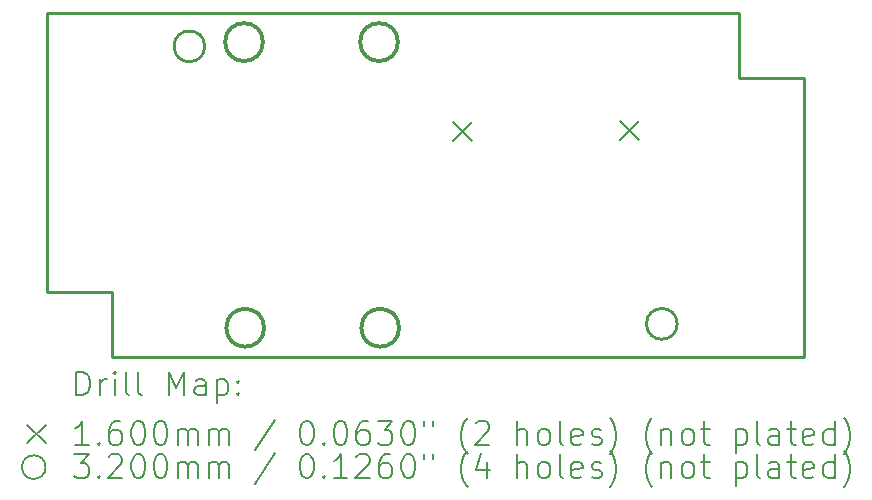
<source format=gbr>
%TF.GenerationSoftware,KiCad,Pcbnew,7.99.0-1900-g89780d353a*%
%TF.CreationDate,2023-07-18T18:24:52+03:00*%
%TF.ProjectId,RP2040_minimal,52503230-3430-45f6-9d69-6e696d616c2e,REV1*%
%TF.SameCoordinates,Original*%
%TF.FileFunction,Drillmap*%
%TF.FilePolarity,Positive*%
%FSLAX45Y45*%
G04 Gerber Fmt 4.5, Leading zero omitted, Abs format (unit mm)*
G04 Created by KiCad (PCBNEW 7.99.0-1900-g89780d353a) date 2023-07-18 18:24:52*
%MOMM*%
%LPD*%
G01*
G04 APERTURE LIST*
%ADD10C,0.250000*%
%ADD11C,0.200000*%
%ADD12C,0.160000*%
%ADD13C,0.320000*%
G04 APERTURE END LIST*
D10*
X12759600Y-6799200D02*
X12759600Y-7349200D01*
X18619600Y-4989200D02*
X18619600Y-7349200D01*
X12209600Y-6799200D02*
X12759600Y-6799200D01*
X12209600Y-4439200D02*
X18069600Y-4439200D01*
X12209600Y-6799200D02*
X12209600Y-4439200D01*
X18619600Y-4989200D02*
X18069600Y-4989200D01*
X18619600Y-7349200D02*
X12759600Y-7349200D01*
X18069600Y-4989200D02*
X18069600Y-4439200D01*
X17544600Y-7069200D02*
G75*
G03*
X17544600Y-7069200I-130000J0D01*
G01*
X13544600Y-4719200D02*
G75*
G03*
X13544600Y-4719200I-130000J0D01*
G01*
D11*
D12*
X15645140Y-5356540D02*
X15805140Y-5516540D01*
X15805140Y-5356540D02*
X15645140Y-5516540D01*
X17059800Y-5354000D02*
X17219800Y-5514000D01*
X17219800Y-5354000D02*
X17059800Y-5514000D01*
D13*
X14037570Y-4682930D02*
G75*
G03*
X14037570Y-4682930I-160000J0D01*
G01*
X14047210Y-7101690D02*
G75*
G03*
X14047210Y-7101690I-160000J0D01*
G01*
X15180570Y-4682930D02*
G75*
G03*
X15180570Y-4682930I-160000J0D01*
G01*
X15190210Y-7101690D02*
G75*
G03*
X15190210Y-7101690I-160000J0D01*
G01*
D11*
X12457877Y-7673184D02*
X12457877Y-7473184D01*
X12457877Y-7473184D02*
X12505496Y-7473184D01*
X12505496Y-7473184D02*
X12534067Y-7482708D01*
X12534067Y-7482708D02*
X12553115Y-7501755D01*
X12553115Y-7501755D02*
X12562639Y-7520803D01*
X12562639Y-7520803D02*
X12572162Y-7558898D01*
X12572162Y-7558898D02*
X12572162Y-7587469D01*
X12572162Y-7587469D02*
X12562639Y-7625565D01*
X12562639Y-7625565D02*
X12553115Y-7644612D01*
X12553115Y-7644612D02*
X12534067Y-7663660D01*
X12534067Y-7663660D02*
X12505496Y-7673184D01*
X12505496Y-7673184D02*
X12457877Y-7673184D01*
X12657877Y-7673184D02*
X12657877Y-7539850D01*
X12657877Y-7577946D02*
X12667401Y-7558898D01*
X12667401Y-7558898D02*
X12676924Y-7549374D01*
X12676924Y-7549374D02*
X12695972Y-7539850D01*
X12695972Y-7539850D02*
X12715020Y-7539850D01*
X12781686Y-7673184D02*
X12781686Y-7539850D01*
X12781686Y-7473184D02*
X12772162Y-7482708D01*
X12772162Y-7482708D02*
X12781686Y-7492231D01*
X12781686Y-7492231D02*
X12791210Y-7482708D01*
X12791210Y-7482708D02*
X12781686Y-7473184D01*
X12781686Y-7473184D02*
X12781686Y-7492231D01*
X12905496Y-7673184D02*
X12886448Y-7663660D01*
X12886448Y-7663660D02*
X12876924Y-7644612D01*
X12876924Y-7644612D02*
X12876924Y-7473184D01*
X13010258Y-7673184D02*
X12991210Y-7663660D01*
X12991210Y-7663660D02*
X12981686Y-7644612D01*
X12981686Y-7644612D02*
X12981686Y-7473184D01*
X13238829Y-7673184D02*
X13238829Y-7473184D01*
X13238829Y-7473184D02*
X13305496Y-7616041D01*
X13305496Y-7616041D02*
X13372162Y-7473184D01*
X13372162Y-7473184D02*
X13372162Y-7673184D01*
X13553115Y-7673184D02*
X13553115Y-7568422D01*
X13553115Y-7568422D02*
X13543591Y-7549374D01*
X13543591Y-7549374D02*
X13524543Y-7539850D01*
X13524543Y-7539850D02*
X13486448Y-7539850D01*
X13486448Y-7539850D02*
X13467401Y-7549374D01*
X13553115Y-7663660D02*
X13534067Y-7673184D01*
X13534067Y-7673184D02*
X13486448Y-7673184D01*
X13486448Y-7673184D02*
X13467401Y-7663660D01*
X13467401Y-7663660D02*
X13457877Y-7644612D01*
X13457877Y-7644612D02*
X13457877Y-7625565D01*
X13457877Y-7625565D02*
X13467401Y-7606517D01*
X13467401Y-7606517D02*
X13486448Y-7596993D01*
X13486448Y-7596993D02*
X13534067Y-7596993D01*
X13534067Y-7596993D02*
X13553115Y-7587469D01*
X13648353Y-7539850D02*
X13648353Y-7739850D01*
X13648353Y-7549374D02*
X13667401Y-7539850D01*
X13667401Y-7539850D02*
X13705496Y-7539850D01*
X13705496Y-7539850D02*
X13724543Y-7549374D01*
X13724543Y-7549374D02*
X13734067Y-7558898D01*
X13734067Y-7558898D02*
X13743591Y-7577946D01*
X13743591Y-7577946D02*
X13743591Y-7635088D01*
X13743591Y-7635088D02*
X13734067Y-7654136D01*
X13734067Y-7654136D02*
X13724543Y-7663660D01*
X13724543Y-7663660D02*
X13705496Y-7673184D01*
X13705496Y-7673184D02*
X13667401Y-7673184D01*
X13667401Y-7673184D02*
X13648353Y-7663660D01*
X13829305Y-7654136D02*
X13838829Y-7663660D01*
X13838829Y-7663660D02*
X13829305Y-7673184D01*
X13829305Y-7673184D02*
X13819782Y-7663660D01*
X13819782Y-7663660D02*
X13829305Y-7654136D01*
X13829305Y-7654136D02*
X13829305Y-7673184D01*
X13829305Y-7549374D02*
X13838829Y-7558898D01*
X13838829Y-7558898D02*
X13829305Y-7568422D01*
X13829305Y-7568422D02*
X13819782Y-7558898D01*
X13819782Y-7558898D02*
X13829305Y-7549374D01*
X13829305Y-7549374D02*
X13829305Y-7568422D01*
D12*
X12037100Y-7921700D02*
X12197100Y-8081700D01*
X12197100Y-7921700D02*
X12037100Y-8081700D01*
D11*
X12562639Y-8093184D02*
X12448353Y-8093184D01*
X12505496Y-8093184D02*
X12505496Y-7893184D01*
X12505496Y-7893184D02*
X12486448Y-7921755D01*
X12486448Y-7921755D02*
X12467401Y-7940803D01*
X12467401Y-7940803D02*
X12448353Y-7950327D01*
X12648353Y-8074136D02*
X12657877Y-8083660D01*
X12657877Y-8083660D02*
X12648353Y-8093184D01*
X12648353Y-8093184D02*
X12638829Y-8083660D01*
X12638829Y-8083660D02*
X12648353Y-8074136D01*
X12648353Y-8074136D02*
X12648353Y-8093184D01*
X12829305Y-7893184D02*
X12791210Y-7893184D01*
X12791210Y-7893184D02*
X12772162Y-7902708D01*
X12772162Y-7902708D02*
X12762639Y-7912231D01*
X12762639Y-7912231D02*
X12743591Y-7940803D01*
X12743591Y-7940803D02*
X12734067Y-7978898D01*
X12734067Y-7978898D02*
X12734067Y-8055088D01*
X12734067Y-8055088D02*
X12743591Y-8074136D01*
X12743591Y-8074136D02*
X12753115Y-8083660D01*
X12753115Y-8083660D02*
X12772162Y-8093184D01*
X12772162Y-8093184D02*
X12810258Y-8093184D01*
X12810258Y-8093184D02*
X12829305Y-8083660D01*
X12829305Y-8083660D02*
X12838829Y-8074136D01*
X12838829Y-8074136D02*
X12848353Y-8055088D01*
X12848353Y-8055088D02*
X12848353Y-8007469D01*
X12848353Y-8007469D02*
X12838829Y-7988422D01*
X12838829Y-7988422D02*
X12829305Y-7978898D01*
X12829305Y-7978898D02*
X12810258Y-7969374D01*
X12810258Y-7969374D02*
X12772162Y-7969374D01*
X12772162Y-7969374D02*
X12753115Y-7978898D01*
X12753115Y-7978898D02*
X12743591Y-7988422D01*
X12743591Y-7988422D02*
X12734067Y-8007469D01*
X12972162Y-7893184D02*
X12991210Y-7893184D01*
X12991210Y-7893184D02*
X13010258Y-7902708D01*
X13010258Y-7902708D02*
X13019782Y-7912231D01*
X13019782Y-7912231D02*
X13029305Y-7931279D01*
X13029305Y-7931279D02*
X13038829Y-7969374D01*
X13038829Y-7969374D02*
X13038829Y-8016993D01*
X13038829Y-8016993D02*
X13029305Y-8055088D01*
X13029305Y-8055088D02*
X13019782Y-8074136D01*
X13019782Y-8074136D02*
X13010258Y-8083660D01*
X13010258Y-8083660D02*
X12991210Y-8093184D01*
X12991210Y-8093184D02*
X12972162Y-8093184D01*
X12972162Y-8093184D02*
X12953115Y-8083660D01*
X12953115Y-8083660D02*
X12943591Y-8074136D01*
X12943591Y-8074136D02*
X12934067Y-8055088D01*
X12934067Y-8055088D02*
X12924543Y-8016993D01*
X12924543Y-8016993D02*
X12924543Y-7969374D01*
X12924543Y-7969374D02*
X12934067Y-7931279D01*
X12934067Y-7931279D02*
X12943591Y-7912231D01*
X12943591Y-7912231D02*
X12953115Y-7902708D01*
X12953115Y-7902708D02*
X12972162Y-7893184D01*
X13162639Y-7893184D02*
X13181686Y-7893184D01*
X13181686Y-7893184D02*
X13200734Y-7902708D01*
X13200734Y-7902708D02*
X13210258Y-7912231D01*
X13210258Y-7912231D02*
X13219782Y-7931279D01*
X13219782Y-7931279D02*
X13229305Y-7969374D01*
X13229305Y-7969374D02*
X13229305Y-8016993D01*
X13229305Y-8016993D02*
X13219782Y-8055088D01*
X13219782Y-8055088D02*
X13210258Y-8074136D01*
X13210258Y-8074136D02*
X13200734Y-8083660D01*
X13200734Y-8083660D02*
X13181686Y-8093184D01*
X13181686Y-8093184D02*
X13162639Y-8093184D01*
X13162639Y-8093184D02*
X13143591Y-8083660D01*
X13143591Y-8083660D02*
X13134067Y-8074136D01*
X13134067Y-8074136D02*
X13124543Y-8055088D01*
X13124543Y-8055088D02*
X13115020Y-8016993D01*
X13115020Y-8016993D02*
X13115020Y-7969374D01*
X13115020Y-7969374D02*
X13124543Y-7931279D01*
X13124543Y-7931279D02*
X13134067Y-7912231D01*
X13134067Y-7912231D02*
X13143591Y-7902708D01*
X13143591Y-7902708D02*
X13162639Y-7893184D01*
X13315020Y-8093184D02*
X13315020Y-7959850D01*
X13315020Y-7978898D02*
X13324543Y-7969374D01*
X13324543Y-7969374D02*
X13343591Y-7959850D01*
X13343591Y-7959850D02*
X13372163Y-7959850D01*
X13372163Y-7959850D02*
X13391210Y-7969374D01*
X13391210Y-7969374D02*
X13400734Y-7988422D01*
X13400734Y-7988422D02*
X13400734Y-8093184D01*
X13400734Y-7988422D02*
X13410258Y-7969374D01*
X13410258Y-7969374D02*
X13429305Y-7959850D01*
X13429305Y-7959850D02*
X13457877Y-7959850D01*
X13457877Y-7959850D02*
X13476924Y-7969374D01*
X13476924Y-7969374D02*
X13486448Y-7988422D01*
X13486448Y-7988422D02*
X13486448Y-8093184D01*
X13581686Y-8093184D02*
X13581686Y-7959850D01*
X13581686Y-7978898D02*
X13591210Y-7969374D01*
X13591210Y-7969374D02*
X13610258Y-7959850D01*
X13610258Y-7959850D02*
X13638829Y-7959850D01*
X13638829Y-7959850D02*
X13657877Y-7969374D01*
X13657877Y-7969374D02*
X13667401Y-7988422D01*
X13667401Y-7988422D02*
X13667401Y-8093184D01*
X13667401Y-7988422D02*
X13676924Y-7969374D01*
X13676924Y-7969374D02*
X13695972Y-7959850D01*
X13695972Y-7959850D02*
X13724543Y-7959850D01*
X13724543Y-7959850D02*
X13743591Y-7969374D01*
X13743591Y-7969374D02*
X13753115Y-7988422D01*
X13753115Y-7988422D02*
X13753115Y-8093184D01*
X14143591Y-7883660D02*
X13972163Y-8140803D01*
X14400734Y-7893184D02*
X14419782Y-7893184D01*
X14419782Y-7893184D02*
X14438829Y-7902708D01*
X14438829Y-7902708D02*
X14448353Y-7912231D01*
X14448353Y-7912231D02*
X14457877Y-7931279D01*
X14457877Y-7931279D02*
X14467401Y-7969374D01*
X14467401Y-7969374D02*
X14467401Y-8016993D01*
X14467401Y-8016993D02*
X14457877Y-8055088D01*
X14457877Y-8055088D02*
X14448353Y-8074136D01*
X14448353Y-8074136D02*
X14438829Y-8083660D01*
X14438829Y-8083660D02*
X14419782Y-8093184D01*
X14419782Y-8093184D02*
X14400734Y-8093184D01*
X14400734Y-8093184D02*
X14381686Y-8083660D01*
X14381686Y-8083660D02*
X14372163Y-8074136D01*
X14372163Y-8074136D02*
X14362639Y-8055088D01*
X14362639Y-8055088D02*
X14353115Y-8016993D01*
X14353115Y-8016993D02*
X14353115Y-7969374D01*
X14353115Y-7969374D02*
X14362639Y-7931279D01*
X14362639Y-7931279D02*
X14372163Y-7912231D01*
X14372163Y-7912231D02*
X14381686Y-7902708D01*
X14381686Y-7902708D02*
X14400734Y-7893184D01*
X14553115Y-8074136D02*
X14562639Y-8083660D01*
X14562639Y-8083660D02*
X14553115Y-8093184D01*
X14553115Y-8093184D02*
X14543591Y-8083660D01*
X14543591Y-8083660D02*
X14553115Y-8074136D01*
X14553115Y-8074136D02*
X14553115Y-8093184D01*
X14686448Y-7893184D02*
X14705496Y-7893184D01*
X14705496Y-7893184D02*
X14724544Y-7902708D01*
X14724544Y-7902708D02*
X14734067Y-7912231D01*
X14734067Y-7912231D02*
X14743591Y-7931279D01*
X14743591Y-7931279D02*
X14753115Y-7969374D01*
X14753115Y-7969374D02*
X14753115Y-8016993D01*
X14753115Y-8016993D02*
X14743591Y-8055088D01*
X14743591Y-8055088D02*
X14734067Y-8074136D01*
X14734067Y-8074136D02*
X14724544Y-8083660D01*
X14724544Y-8083660D02*
X14705496Y-8093184D01*
X14705496Y-8093184D02*
X14686448Y-8093184D01*
X14686448Y-8093184D02*
X14667401Y-8083660D01*
X14667401Y-8083660D02*
X14657877Y-8074136D01*
X14657877Y-8074136D02*
X14648353Y-8055088D01*
X14648353Y-8055088D02*
X14638829Y-8016993D01*
X14638829Y-8016993D02*
X14638829Y-7969374D01*
X14638829Y-7969374D02*
X14648353Y-7931279D01*
X14648353Y-7931279D02*
X14657877Y-7912231D01*
X14657877Y-7912231D02*
X14667401Y-7902708D01*
X14667401Y-7902708D02*
X14686448Y-7893184D01*
X14924544Y-7893184D02*
X14886448Y-7893184D01*
X14886448Y-7893184D02*
X14867401Y-7902708D01*
X14867401Y-7902708D02*
X14857877Y-7912231D01*
X14857877Y-7912231D02*
X14838829Y-7940803D01*
X14838829Y-7940803D02*
X14829306Y-7978898D01*
X14829306Y-7978898D02*
X14829306Y-8055088D01*
X14829306Y-8055088D02*
X14838829Y-8074136D01*
X14838829Y-8074136D02*
X14848353Y-8083660D01*
X14848353Y-8083660D02*
X14867401Y-8093184D01*
X14867401Y-8093184D02*
X14905496Y-8093184D01*
X14905496Y-8093184D02*
X14924544Y-8083660D01*
X14924544Y-8083660D02*
X14934067Y-8074136D01*
X14934067Y-8074136D02*
X14943591Y-8055088D01*
X14943591Y-8055088D02*
X14943591Y-8007469D01*
X14943591Y-8007469D02*
X14934067Y-7988422D01*
X14934067Y-7988422D02*
X14924544Y-7978898D01*
X14924544Y-7978898D02*
X14905496Y-7969374D01*
X14905496Y-7969374D02*
X14867401Y-7969374D01*
X14867401Y-7969374D02*
X14848353Y-7978898D01*
X14848353Y-7978898D02*
X14838829Y-7988422D01*
X14838829Y-7988422D02*
X14829306Y-8007469D01*
X15010258Y-7893184D02*
X15134067Y-7893184D01*
X15134067Y-7893184D02*
X15067401Y-7969374D01*
X15067401Y-7969374D02*
X15095972Y-7969374D01*
X15095972Y-7969374D02*
X15115020Y-7978898D01*
X15115020Y-7978898D02*
X15124544Y-7988422D01*
X15124544Y-7988422D02*
X15134067Y-8007469D01*
X15134067Y-8007469D02*
X15134067Y-8055088D01*
X15134067Y-8055088D02*
X15124544Y-8074136D01*
X15124544Y-8074136D02*
X15115020Y-8083660D01*
X15115020Y-8083660D02*
X15095972Y-8093184D01*
X15095972Y-8093184D02*
X15038829Y-8093184D01*
X15038829Y-8093184D02*
X15019782Y-8083660D01*
X15019782Y-8083660D02*
X15010258Y-8074136D01*
X15257877Y-7893184D02*
X15276925Y-7893184D01*
X15276925Y-7893184D02*
X15295972Y-7902708D01*
X15295972Y-7902708D02*
X15305496Y-7912231D01*
X15305496Y-7912231D02*
X15315020Y-7931279D01*
X15315020Y-7931279D02*
X15324544Y-7969374D01*
X15324544Y-7969374D02*
X15324544Y-8016993D01*
X15324544Y-8016993D02*
X15315020Y-8055088D01*
X15315020Y-8055088D02*
X15305496Y-8074136D01*
X15305496Y-8074136D02*
X15295972Y-8083660D01*
X15295972Y-8083660D02*
X15276925Y-8093184D01*
X15276925Y-8093184D02*
X15257877Y-8093184D01*
X15257877Y-8093184D02*
X15238829Y-8083660D01*
X15238829Y-8083660D02*
X15229306Y-8074136D01*
X15229306Y-8074136D02*
X15219782Y-8055088D01*
X15219782Y-8055088D02*
X15210258Y-8016993D01*
X15210258Y-8016993D02*
X15210258Y-7969374D01*
X15210258Y-7969374D02*
X15219782Y-7931279D01*
X15219782Y-7931279D02*
X15229306Y-7912231D01*
X15229306Y-7912231D02*
X15238829Y-7902708D01*
X15238829Y-7902708D02*
X15257877Y-7893184D01*
X15400734Y-7893184D02*
X15400734Y-7931279D01*
X15476925Y-7893184D02*
X15476925Y-7931279D01*
X15772163Y-8169374D02*
X15762639Y-8159850D01*
X15762639Y-8159850D02*
X15743591Y-8131279D01*
X15743591Y-8131279D02*
X15734068Y-8112231D01*
X15734068Y-8112231D02*
X15724544Y-8083660D01*
X15724544Y-8083660D02*
X15715020Y-8036041D01*
X15715020Y-8036041D02*
X15715020Y-7997946D01*
X15715020Y-7997946D02*
X15724544Y-7950327D01*
X15724544Y-7950327D02*
X15734068Y-7921755D01*
X15734068Y-7921755D02*
X15743591Y-7902708D01*
X15743591Y-7902708D02*
X15762639Y-7874136D01*
X15762639Y-7874136D02*
X15772163Y-7864612D01*
X15838829Y-7912231D02*
X15848353Y-7902708D01*
X15848353Y-7902708D02*
X15867401Y-7893184D01*
X15867401Y-7893184D02*
X15915020Y-7893184D01*
X15915020Y-7893184D02*
X15934068Y-7902708D01*
X15934068Y-7902708D02*
X15943591Y-7912231D01*
X15943591Y-7912231D02*
X15953115Y-7931279D01*
X15953115Y-7931279D02*
X15953115Y-7950327D01*
X15953115Y-7950327D02*
X15943591Y-7978898D01*
X15943591Y-7978898D02*
X15829306Y-8093184D01*
X15829306Y-8093184D02*
X15953115Y-8093184D01*
X16191210Y-8093184D02*
X16191210Y-7893184D01*
X16276925Y-8093184D02*
X16276925Y-7988422D01*
X16276925Y-7988422D02*
X16267401Y-7969374D01*
X16267401Y-7969374D02*
X16248353Y-7959850D01*
X16248353Y-7959850D02*
X16219782Y-7959850D01*
X16219782Y-7959850D02*
X16200734Y-7969374D01*
X16200734Y-7969374D02*
X16191210Y-7978898D01*
X16400734Y-8093184D02*
X16381687Y-8083660D01*
X16381687Y-8083660D02*
X16372163Y-8074136D01*
X16372163Y-8074136D02*
X16362639Y-8055088D01*
X16362639Y-8055088D02*
X16362639Y-7997946D01*
X16362639Y-7997946D02*
X16372163Y-7978898D01*
X16372163Y-7978898D02*
X16381687Y-7969374D01*
X16381687Y-7969374D02*
X16400734Y-7959850D01*
X16400734Y-7959850D02*
X16429306Y-7959850D01*
X16429306Y-7959850D02*
X16448353Y-7969374D01*
X16448353Y-7969374D02*
X16457877Y-7978898D01*
X16457877Y-7978898D02*
X16467401Y-7997946D01*
X16467401Y-7997946D02*
X16467401Y-8055088D01*
X16467401Y-8055088D02*
X16457877Y-8074136D01*
X16457877Y-8074136D02*
X16448353Y-8083660D01*
X16448353Y-8083660D02*
X16429306Y-8093184D01*
X16429306Y-8093184D02*
X16400734Y-8093184D01*
X16581687Y-8093184D02*
X16562639Y-8083660D01*
X16562639Y-8083660D02*
X16553115Y-8064612D01*
X16553115Y-8064612D02*
X16553115Y-7893184D01*
X16734068Y-8083660D02*
X16715020Y-8093184D01*
X16715020Y-8093184D02*
X16676925Y-8093184D01*
X16676925Y-8093184D02*
X16657877Y-8083660D01*
X16657877Y-8083660D02*
X16648353Y-8064612D01*
X16648353Y-8064612D02*
X16648353Y-7988422D01*
X16648353Y-7988422D02*
X16657877Y-7969374D01*
X16657877Y-7969374D02*
X16676925Y-7959850D01*
X16676925Y-7959850D02*
X16715020Y-7959850D01*
X16715020Y-7959850D02*
X16734068Y-7969374D01*
X16734068Y-7969374D02*
X16743591Y-7988422D01*
X16743591Y-7988422D02*
X16743591Y-8007469D01*
X16743591Y-8007469D02*
X16648353Y-8026517D01*
X16819782Y-8083660D02*
X16838830Y-8093184D01*
X16838830Y-8093184D02*
X16876925Y-8093184D01*
X16876925Y-8093184D02*
X16895973Y-8083660D01*
X16895973Y-8083660D02*
X16905496Y-8064612D01*
X16905496Y-8064612D02*
X16905496Y-8055088D01*
X16905496Y-8055088D02*
X16895973Y-8036041D01*
X16895973Y-8036041D02*
X16876925Y-8026517D01*
X16876925Y-8026517D02*
X16848353Y-8026517D01*
X16848353Y-8026517D02*
X16829306Y-8016993D01*
X16829306Y-8016993D02*
X16819782Y-7997946D01*
X16819782Y-7997946D02*
X16819782Y-7988422D01*
X16819782Y-7988422D02*
X16829306Y-7969374D01*
X16829306Y-7969374D02*
X16848353Y-7959850D01*
X16848353Y-7959850D02*
X16876925Y-7959850D01*
X16876925Y-7959850D02*
X16895973Y-7969374D01*
X16972163Y-8169374D02*
X16981687Y-8159850D01*
X16981687Y-8159850D02*
X17000734Y-8131279D01*
X17000734Y-8131279D02*
X17010258Y-8112231D01*
X17010258Y-8112231D02*
X17019782Y-8083660D01*
X17019782Y-8083660D02*
X17029306Y-8036041D01*
X17029306Y-8036041D02*
X17029306Y-7997946D01*
X17029306Y-7997946D02*
X17019782Y-7950327D01*
X17019782Y-7950327D02*
X17010258Y-7921755D01*
X17010258Y-7921755D02*
X17000734Y-7902708D01*
X17000734Y-7902708D02*
X16981687Y-7874136D01*
X16981687Y-7874136D02*
X16972163Y-7864612D01*
X17334068Y-8169374D02*
X17324544Y-8159850D01*
X17324544Y-8159850D02*
X17305496Y-8131279D01*
X17305496Y-8131279D02*
X17295973Y-8112231D01*
X17295973Y-8112231D02*
X17286449Y-8083660D01*
X17286449Y-8083660D02*
X17276925Y-8036041D01*
X17276925Y-8036041D02*
X17276925Y-7997946D01*
X17276925Y-7997946D02*
X17286449Y-7950327D01*
X17286449Y-7950327D02*
X17295973Y-7921755D01*
X17295973Y-7921755D02*
X17305496Y-7902708D01*
X17305496Y-7902708D02*
X17324544Y-7874136D01*
X17324544Y-7874136D02*
X17334068Y-7864612D01*
X17410258Y-7959850D02*
X17410258Y-8093184D01*
X17410258Y-7978898D02*
X17419782Y-7969374D01*
X17419782Y-7969374D02*
X17438830Y-7959850D01*
X17438830Y-7959850D02*
X17467401Y-7959850D01*
X17467401Y-7959850D02*
X17486449Y-7969374D01*
X17486449Y-7969374D02*
X17495973Y-7988422D01*
X17495973Y-7988422D02*
X17495973Y-8093184D01*
X17619782Y-8093184D02*
X17600734Y-8083660D01*
X17600734Y-8083660D02*
X17591211Y-8074136D01*
X17591211Y-8074136D02*
X17581687Y-8055088D01*
X17581687Y-8055088D02*
X17581687Y-7997946D01*
X17581687Y-7997946D02*
X17591211Y-7978898D01*
X17591211Y-7978898D02*
X17600734Y-7969374D01*
X17600734Y-7969374D02*
X17619782Y-7959850D01*
X17619782Y-7959850D02*
X17648354Y-7959850D01*
X17648354Y-7959850D02*
X17667401Y-7969374D01*
X17667401Y-7969374D02*
X17676925Y-7978898D01*
X17676925Y-7978898D02*
X17686449Y-7997946D01*
X17686449Y-7997946D02*
X17686449Y-8055088D01*
X17686449Y-8055088D02*
X17676925Y-8074136D01*
X17676925Y-8074136D02*
X17667401Y-8083660D01*
X17667401Y-8083660D02*
X17648354Y-8093184D01*
X17648354Y-8093184D02*
X17619782Y-8093184D01*
X17743592Y-7959850D02*
X17819782Y-7959850D01*
X17772163Y-7893184D02*
X17772163Y-8064612D01*
X17772163Y-8064612D02*
X17781687Y-8083660D01*
X17781687Y-8083660D02*
X17800734Y-8093184D01*
X17800734Y-8093184D02*
X17819782Y-8093184D01*
X18038830Y-7959850D02*
X18038830Y-8159850D01*
X18038830Y-7969374D02*
X18057877Y-7959850D01*
X18057877Y-7959850D02*
X18095973Y-7959850D01*
X18095973Y-7959850D02*
X18115020Y-7969374D01*
X18115020Y-7969374D02*
X18124544Y-7978898D01*
X18124544Y-7978898D02*
X18134068Y-7997946D01*
X18134068Y-7997946D02*
X18134068Y-8055088D01*
X18134068Y-8055088D02*
X18124544Y-8074136D01*
X18124544Y-8074136D02*
X18115020Y-8083660D01*
X18115020Y-8083660D02*
X18095973Y-8093184D01*
X18095973Y-8093184D02*
X18057877Y-8093184D01*
X18057877Y-8093184D02*
X18038830Y-8083660D01*
X18248354Y-8093184D02*
X18229306Y-8083660D01*
X18229306Y-8083660D02*
X18219782Y-8064612D01*
X18219782Y-8064612D02*
X18219782Y-7893184D01*
X18410258Y-8093184D02*
X18410258Y-7988422D01*
X18410258Y-7988422D02*
X18400735Y-7969374D01*
X18400735Y-7969374D02*
X18381687Y-7959850D01*
X18381687Y-7959850D02*
X18343592Y-7959850D01*
X18343592Y-7959850D02*
X18324544Y-7969374D01*
X18410258Y-8083660D02*
X18391211Y-8093184D01*
X18391211Y-8093184D02*
X18343592Y-8093184D01*
X18343592Y-8093184D02*
X18324544Y-8083660D01*
X18324544Y-8083660D02*
X18315020Y-8064612D01*
X18315020Y-8064612D02*
X18315020Y-8045565D01*
X18315020Y-8045565D02*
X18324544Y-8026517D01*
X18324544Y-8026517D02*
X18343592Y-8016993D01*
X18343592Y-8016993D02*
X18391211Y-8016993D01*
X18391211Y-8016993D02*
X18410258Y-8007469D01*
X18476925Y-7959850D02*
X18553115Y-7959850D01*
X18505496Y-7893184D02*
X18505496Y-8064612D01*
X18505496Y-8064612D02*
X18515020Y-8083660D01*
X18515020Y-8083660D02*
X18534068Y-8093184D01*
X18534068Y-8093184D02*
X18553115Y-8093184D01*
X18695973Y-8083660D02*
X18676925Y-8093184D01*
X18676925Y-8093184D02*
X18638830Y-8093184D01*
X18638830Y-8093184D02*
X18619782Y-8083660D01*
X18619782Y-8083660D02*
X18610258Y-8064612D01*
X18610258Y-8064612D02*
X18610258Y-7988422D01*
X18610258Y-7988422D02*
X18619782Y-7969374D01*
X18619782Y-7969374D02*
X18638830Y-7959850D01*
X18638830Y-7959850D02*
X18676925Y-7959850D01*
X18676925Y-7959850D02*
X18695973Y-7969374D01*
X18695973Y-7969374D02*
X18705496Y-7988422D01*
X18705496Y-7988422D02*
X18705496Y-8007469D01*
X18705496Y-8007469D02*
X18610258Y-8026517D01*
X18876925Y-8093184D02*
X18876925Y-7893184D01*
X18876925Y-8083660D02*
X18857877Y-8093184D01*
X18857877Y-8093184D02*
X18819782Y-8093184D01*
X18819782Y-8093184D02*
X18800735Y-8083660D01*
X18800735Y-8083660D02*
X18791211Y-8074136D01*
X18791211Y-8074136D02*
X18781687Y-8055088D01*
X18781687Y-8055088D02*
X18781687Y-7997946D01*
X18781687Y-7997946D02*
X18791211Y-7978898D01*
X18791211Y-7978898D02*
X18800735Y-7969374D01*
X18800735Y-7969374D02*
X18819782Y-7959850D01*
X18819782Y-7959850D02*
X18857877Y-7959850D01*
X18857877Y-7959850D02*
X18876925Y-7969374D01*
X18953116Y-8169374D02*
X18962639Y-8159850D01*
X18962639Y-8159850D02*
X18981687Y-8131279D01*
X18981687Y-8131279D02*
X18991211Y-8112231D01*
X18991211Y-8112231D02*
X19000735Y-8083660D01*
X19000735Y-8083660D02*
X19010258Y-8036041D01*
X19010258Y-8036041D02*
X19010258Y-7997946D01*
X19010258Y-7997946D02*
X19000735Y-7950327D01*
X19000735Y-7950327D02*
X18991211Y-7921755D01*
X18991211Y-7921755D02*
X18981687Y-7902708D01*
X18981687Y-7902708D02*
X18962639Y-7874136D01*
X18962639Y-7874136D02*
X18953116Y-7864612D01*
X12197100Y-8281700D02*
G75*
G03*
X12197100Y-8281700I-100000J0D01*
G01*
X12438829Y-8173184D02*
X12562639Y-8173184D01*
X12562639Y-8173184D02*
X12495972Y-8249374D01*
X12495972Y-8249374D02*
X12524543Y-8249374D01*
X12524543Y-8249374D02*
X12543591Y-8258898D01*
X12543591Y-8258898D02*
X12553115Y-8268422D01*
X12553115Y-8268422D02*
X12562639Y-8287469D01*
X12562639Y-8287469D02*
X12562639Y-8335088D01*
X12562639Y-8335088D02*
X12553115Y-8354136D01*
X12553115Y-8354136D02*
X12543591Y-8363660D01*
X12543591Y-8363660D02*
X12524543Y-8373184D01*
X12524543Y-8373184D02*
X12467401Y-8373184D01*
X12467401Y-8373184D02*
X12448353Y-8363660D01*
X12448353Y-8363660D02*
X12438829Y-8354136D01*
X12648353Y-8354136D02*
X12657877Y-8363660D01*
X12657877Y-8363660D02*
X12648353Y-8373184D01*
X12648353Y-8373184D02*
X12638829Y-8363660D01*
X12638829Y-8363660D02*
X12648353Y-8354136D01*
X12648353Y-8354136D02*
X12648353Y-8373184D01*
X12734067Y-8192231D02*
X12743591Y-8182708D01*
X12743591Y-8182708D02*
X12762639Y-8173184D01*
X12762639Y-8173184D02*
X12810258Y-8173184D01*
X12810258Y-8173184D02*
X12829305Y-8182708D01*
X12829305Y-8182708D02*
X12838829Y-8192231D01*
X12838829Y-8192231D02*
X12848353Y-8211279D01*
X12848353Y-8211279D02*
X12848353Y-8230327D01*
X12848353Y-8230327D02*
X12838829Y-8258898D01*
X12838829Y-8258898D02*
X12724543Y-8373184D01*
X12724543Y-8373184D02*
X12848353Y-8373184D01*
X12972162Y-8173184D02*
X12991210Y-8173184D01*
X12991210Y-8173184D02*
X13010258Y-8182708D01*
X13010258Y-8182708D02*
X13019782Y-8192231D01*
X13019782Y-8192231D02*
X13029305Y-8211279D01*
X13029305Y-8211279D02*
X13038829Y-8249374D01*
X13038829Y-8249374D02*
X13038829Y-8296993D01*
X13038829Y-8296993D02*
X13029305Y-8335088D01*
X13029305Y-8335088D02*
X13019782Y-8354136D01*
X13019782Y-8354136D02*
X13010258Y-8363660D01*
X13010258Y-8363660D02*
X12991210Y-8373184D01*
X12991210Y-8373184D02*
X12972162Y-8373184D01*
X12972162Y-8373184D02*
X12953115Y-8363660D01*
X12953115Y-8363660D02*
X12943591Y-8354136D01*
X12943591Y-8354136D02*
X12934067Y-8335088D01*
X12934067Y-8335088D02*
X12924543Y-8296993D01*
X12924543Y-8296993D02*
X12924543Y-8249374D01*
X12924543Y-8249374D02*
X12934067Y-8211279D01*
X12934067Y-8211279D02*
X12943591Y-8192231D01*
X12943591Y-8192231D02*
X12953115Y-8182708D01*
X12953115Y-8182708D02*
X12972162Y-8173184D01*
X13162639Y-8173184D02*
X13181686Y-8173184D01*
X13181686Y-8173184D02*
X13200734Y-8182708D01*
X13200734Y-8182708D02*
X13210258Y-8192231D01*
X13210258Y-8192231D02*
X13219782Y-8211279D01*
X13219782Y-8211279D02*
X13229305Y-8249374D01*
X13229305Y-8249374D02*
X13229305Y-8296993D01*
X13229305Y-8296993D02*
X13219782Y-8335088D01*
X13219782Y-8335088D02*
X13210258Y-8354136D01*
X13210258Y-8354136D02*
X13200734Y-8363660D01*
X13200734Y-8363660D02*
X13181686Y-8373184D01*
X13181686Y-8373184D02*
X13162639Y-8373184D01*
X13162639Y-8373184D02*
X13143591Y-8363660D01*
X13143591Y-8363660D02*
X13134067Y-8354136D01*
X13134067Y-8354136D02*
X13124543Y-8335088D01*
X13124543Y-8335088D02*
X13115020Y-8296993D01*
X13115020Y-8296993D02*
X13115020Y-8249374D01*
X13115020Y-8249374D02*
X13124543Y-8211279D01*
X13124543Y-8211279D02*
X13134067Y-8192231D01*
X13134067Y-8192231D02*
X13143591Y-8182708D01*
X13143591Y-8182708D02*
X13162639Y-8173184D01*
X13315020Y-8373184D02*
X13315020Y-8239850D01*
X13315020Y-8258898D02*
X13324543Y-8249374D01*
X13324543Y-8249374D02*
X13343591Y-8239850D01*
X13343591Y-8239850D02*
X13372163Y-8239850D01*
X13372163Y-8239850D02*
X13391210Y-8249374D01*
X13391210Y-8249374D02*
X13400734Y-8268422D01*
X13400734Y-8268422D02*
X13400734Y-8373184D01*
X13400734Y-8268422D02*
X13410258Y-8249374D01*
X13410258Y-8249374D02*
X13429305Y-8239850D01*
X13429305Y-8239850D02*
X13457877Y-8239850D01*
X13457877Y-8239850D02*
X13476924Y-8249374D01*
X13476924Y-8249374D02*
X13486448Y-8268422D01*
X13486448Y-8268422D02*
X13486448Y-8373184D01*
X13581686Y-8373184D02*
X13581686Y-8239850D01*
X13581686Y-8258898D02*
X13591210Y-8249374D01*
X13591210Y-8249374D02*
X13610258Y-8239850D01*
X13610258Y-8239850D02*
X13638829Y-8239850D01*
X13638829Y-8239850D02*
X13657877Y-8249374D01*
X13657877Y-8249374D02*
X13667401Y-8268422D01*
X13667401Y-8268422D02*
X13667401Y-8373184D01*
X13667401Y-8268422D02*
X13676924Y-8249374D01*
X13676924Y-8249374D02*
X13695972Y-8239850D01*
X13695972Y-8239850D02*
X13724543Y-8239850D01*
X13724543Y-8239850D02*
X13743591Y-8249374D01*
X13743591Y-8249374D02*
X13753115Y-8268422D01*
X13753115Y-8268422D02*
X13753115Y-8373184D01*
X14143591Y-8163660D02*
X13972163Y-8420803D01*
X14400734Y-8173184D02*
X14419782Y-8173184D01*
X14419782Y-8173184D02*
X14438829Y-8182708D01*
X14438829Y-8182708D02*
X14448353Y-8192231D01*
X14448353Y-8192231D02*
X14457877Y-8211279D01*
X14457877Y-8211279D02*
X14467401Y-8249374D01*
X14467401Y-8249374D02*
X14467401Y-8296993D01*
X14467401Y-8296993D02*
X14457877Y-8335088D01*
X14457877Y-8335088D02*
X14448353Y-8354136D01*
X14448353Y-8354136D02*
X14438829Y-8363660D01*
X14438829Y-8363660D02*
X14419782Y-8373184D01*
X14419782Y-8373184D02*
X14400734Y-8373184D01*
X14400734Y-8373184D02*
X14381686Y-8363660D01*
X14381686Y-8363660D02*
X14372163Y-8354136D01*
X14372163Y-8354136D02*
X14362639Y-8335088D01*
X14362639Y-8335088D02*
X14353115Y-8296993D01*
X14353115Y-8296993D02*
X14353115Y-8249374D01*
X14353115Y-8249374D02*
X14362639Y-8211279D01*
X14362639Y-8211279D02*
X14372163Y-8192231D01*
X14372163Y-8192231D02*
X14381686Y-8182708D01*
X14381686Y-8182708D02*
X14400734Y-8173184D01*
X14553115Y-8354136D02*
X14562639Y-8363660D01*
X14562639Y-8363660D02*
X14553115Y-8373184D01*
X14553115Y-8373184D02*
X14543591Y-8363660D01*
X14543591Y-8363660D02*
X14553115Y-8354136D01*
X14553115Y-8354136D02*
X14553115Y-8373184D01*
X14753115Y-8373184D02*
X14638829Y-8373184D01*
X14695972Y-8373184D02*
X14695972Y-8173184D01*
X14695972Y-8173184D02*
X14676925Y-8201755D01*
X14676925Y-8201755D02*
X14657877Y-8220803D01*
X14657877Y-8220803D02*
X14638829Y-8230327D01*
X14829306Y-8192231D02*
X14838829Y-8182708D01*
X14838829Y-8182708D02*
X14857877Y-8173184D01*
X14857877Y-8173184D02*
X14905496Y-8173184D01*
X14905496Y-8173184D02*
X14924544Y-8182708D01*
X14924544Y-8182708D02*
X14934067Y-8192231D01*
X14934067Y-8192231D02*
X14943591Y-8211279D01*
X14943591Y-8211279D02*
X14943591Y-8230327D01*
X14943591Y-8230327D02*
X14934067Y-8258898D01*
X14934067Y-8258898D02*
X14819782Y-8373184D01*
X14819782Y-8373184D02*
X14943591Y-8373184D01*
X15115020Y-8173184D02*
X15076925Y-8173184D01*
X15076925Y-8173184D02*
X15057877Y-8182708D01*
X15057877Y-8182708D02*
X15048353Y-8192231D01*
X15048353Y-8192231D02*
X15029306Y-8220803D01*
X15029306Y-8220803D02*
X15019782Y-8258898D01*
X15019782Y-8258898D02*
X15019782Y-8335088D01*
X15019782Y-8335088D02*
X15029306Y-8354136D01*
X15029306Y-8354136D02*
X15038829Y-8363660D01*
X15038829Y-8363660D02*
X15057877Y-8373184D01*
X15057877Y-8373184D02*
X15095972Y-8373184D01*
X15095972Y-8373184D02*
X15115020Y-8363660D01*
X15115020Y-8363660D02*
X15124544Y-8354136D01*
X15124544Y-8354136D02*
X15134067Y-8335088D01*
X15134067Y-8335088D02*
X15134067Y-8287469D01*
X15134067Y-8287469D02*
X15124544Y-8268422D01*
X15124544Y-8268422D02*
X15115020Y-8258898D01*
X15115020Y-8258898D02*
X15095972Y-8249374D01*
X15095972Y-8249374D02*
X15057877Y-8249374D01*
X15057877Y-8249374D02*
X15038829Y-8258898D01*
X15038829Y-8258898D02*
X15029306Y-8268422D01*
X15029306Y-8268422D02*
X15019782Y-8287469D01*
X15257877Y-8173184D02*
X15276925Y-8173184D01*
X15276925Y-8173184D02*
X15295972Y-8182708D01*
X15295972Y-8182708D02*
X15305496Y-8192231D01*
X15305496Y-8192231D02*
X15315020Y-8211279D01*
X15315020Y-8211279D02*
X15324544Y-8249374D01*
X15324544Y-8249374D02*
X15324544Y-8296993D01*
X15324544Y-8296993D02*
X15315020Y-8335088D01*
X15315020Y-8335088D02*
X15305496Y-8354136D01*
X15305496Y-8354136D02*
X15295972Y-8363660D01*
X15295972Y-8363660D02*
X15276925Y-8373184D01*
X15276925Y-8373184D02*
X15257877Y-8373184D01*
X15257877Y-8373184D02*
X15238829Y-8363660D01*
X15238829Y-8363660D02*
X15229306Y-8354136D01*
X15229306Y-8354136D02*
X15219782Y-8335088D01*
X15219782Y-8335088D02*
X15210258Y-8296993D01*
X15210258Y-8296993D02*
X15210258Y-8249374D01*
X15210258Y-8249374D02*
X15219782Y-8211279D01*
X15219782Y-8211279D02*
X15229306Y-8192231D01*
X15229306Y-8192231D02*
X15238829Y-8182708D01*
X15238829Y-8182708D02*
X15257877Y-8173184D01*
X15400734Y-8173184D02*
X15400734Y-8211279D01*
X15476925Y-8173184D02*
X15476925Y-8211279D01*
X15772163Y-8449374D02*
X15762639Y-8439850D01*
X15762639Y-8439850D02*
X15743591Y-8411279D01*
X15743591Y-8411279D02*
X15734068Y-8392231D01*
X15734068Y-8392231D02*
X15724544Y-8363660D01*
X15724544Y-8363660D02*
X15715020Y-8316041D01*
X15715020Y-8316041D02*
X15715020Y-8277946D01*
X15715020Y-8277946D02*
X15724544Y-8230327D01*
X15724544Y-8230327D02*
X15734068Y-8201755D01*
X15734068Y-8201755D02*
X15743591Y-8182708D01*
X15743591Y-8182708D02*
X15762639Y-8154136D01*
X15762639Y-8154136D02*
X15772163Y-8144612D01*
X15934068Y-8239850D02*
X15934068Y-8373184D01*
X15886448Y-8163660D02*
X15838829Y-8306517D01*
X15838829Y-8306517D02*
X15962639Y-8306517D01*
X16191210Y-8373184D02*
X16191210Y-8173184D01*
X16276925Y-8373184D02*
X16276925Y-8268422D01*
X16276925Y-8268422D02*
X16267401Y-8249374D01*
X16267401Y-8249374D02*
X16248353Y-8239850D01*
X16248353Y-8239850D02*
X16219782Y-8239850D01*
X16219782Y-8239850D02*
X16200734Y-8249374D01*
X16200734Y-8249374D02*
X16191210Y-8258898D01*
X16400734Y-8373184D02*
X16381687Y-8363660D01*
X16381687Y-8363660D02*
X16372163Y-8354136D01*
X16372163Y-8354136D02*
X16362639Y-8335088D01*
X16362639Y-8335088D02*
X16362639Y-8277946D01*
X16362639Y-8277946D02*
X16372163Y-8258898D01*
X16372163Y-8258898D02*
X16381687Y-8249374D01*
X16381687Y-8249374D02*
X16400734Y-8239850D01*
X16400734Y-8239850D02*
X16429306Y-8239850D01*
X16429306Y-8239850D02*
X16448353Y-8249374D01*
X16448353Y-8249374D02*
X16457877Y-8258898D01*
X16457877Y-8258898D02*
X16467401Y-8277946D01*
X16467401Y-8277946D02*
X16467401Y-8335088D01*
X16467401Y-8335088D02*
X16457877Y-8354136D01*
X16457877Y-8354136D02*
X16448353Y-8363660D01*
X16448353Y-8363660D02*
X16429306Y-8373184D01*
X16429306Y-8373184D02*
X16400734Y-8373184D01*
X16581687Y-8373184D02*
X16562639Y-8363660D01*
X16562639Y-8363660D02*
X16553115Y-8344612D01*
X16553115Y-8344612D02*
X16553115Y-8173184D01*
X16734068Y-8363660D02*
X16715020Y-8373184D01*
X16715020Y-8373184D02*
X16676925Y-8373184D01*
X16676925Y-8373184D02*
X16657877Y-8363660D01*
X16657877Y-8363660D02*
X16648353Y-8344612D01*
X16648353Y-8344612D02*
X16648353Y-8268422D01*
X16648353Y-8268422D02*
X16657877Y-8249374D01*
X16657877Y-8249374D02*
X16676925Y-8239850D01*
X16676925Y-8239850D02*
X16715020Y-8239850D01*
X16715020Y-8239850D02*
X16734068Y-8249374D01*
X16734068Y-8249374D02*
X16743591Y-8268422D01*
X16743591Y-8268422D02*
X16743591Y-8287469D01*
X16743591Y-8287469D02*
X16648353Y-8306517D01*
X16819782Y-8363660D02*
X16838830Y-8373184D01*
X16838830Y-8373184D02*
X16876925Y-8373184D01*
X16876925Y-8373184D02*
X16895973Y-8363660D01*
X16895973Y-8363660D02*
X16905496Y-8344612D01*
X16905496Y-8344612D02*
X16905496Y-8335088D01*
X16905496Y-8335088D02*
X16895973Y-8316041D01*
X16895973Y-8316041D02*
X16876925Y-8306517D01*
X16876925Y-8306517D02*
X16848353Y-8306517D01*
X16848353Y-8306517D02*
X16829306Y-8296993D01*
X16829306Y-8296993D02*
X16819782Y-8277946D01*
X16819782Y-8277946D02*
X16819782Y-8268422D01*
X16819782Y-8268422D02*
X16829306Y-8249374D01*
X16829306Y-8249374D02*
X16848353Y-8239850D01*
X16848353Y-8239850D02*
X16876925Y-8239850D01*
X16876925Y-8239850D02*
X16895973Y-8249374D01*
X16972163Y-8449374D02*
X16981687Y-8439850D01*
X16981687Y-8439850D02*
X17000734Y-8411279D01*
X17000734Y-8411279D02*
X17010258Y-8392231D01*
X17010258Y-8392231D02*
X17019782Y-8363660D01*
X17019782Y-8363660D02*
X17029306Y-8316041D01*
X17029306Y-8316041D02*
X17029306Y-8277946D01*
X17029306Y-8277946D02*
X17019782Y-8230327D01*
X17019782Y-8230327D02*
X17010258Y-8201755D01*
X17010258Y-8201755D02*
X17000734Y-8182708D01*
X17000734Y-8182708D02*
X16981687Y-8154136D01*
X16981687Y-8154136D02*
X16972163Y-8144612D01*
X17334068Y-8449374D02*
X17324544Y-8439850D01*
X17324544Y-8439850D02*
X17305496Y-8411279D01*
X17305496Y-8411279D02*
X17295973Y-8392231D01*
X17295973Y-8392231D02*
X17286449Y-8363660D01*
X17286449Y-8363660D02*
X17276925Y-8316041D01*
X17276925Y-8316041D02*
X17276925Y-8277946D01*
X17276925Y-8277946D02*
X17286449Y-8230327D01*
X17286449Y-8230327D02*
X17295973Y-8201755D01*
X17295973Y-8201755D02*
X17305496Y-8182708D01*
X17305496Y-8182708D02*
X17324544Y-8154136D01*
X17324544Y-8154136D02*
X17334068Y-8144612D01*
X17410258Y-8239850D02*
X17410258Y-8373184D01*
X17410258Y-8258898D02*
X17419782Y-8249374D01*
X17419782Y-8249374D02*
X17438830Y-8239850D01*
X17438830Y-8239850D02*
X17467401Y-8239850D01*
X17467401Y-8239850D02*
X17486449Y-8249374D01*
X17486449Y-8249374D02*
X17495973Y-8268422D01*
X17495973Y-8268422D02*
X17495973Y-8373184D01*
X17619782Y-8373184D02*
X17600734Y-8363660D01*
X17600734Y-8363660D02*
X17591211Y-8354136D01*
X17591211Y-8354136D02*
X17581687Y-8335088D01*
X17581687Y-8335088D02*
X17581687Y-8277946D01*
X17581687Y-8277946D02*
X17591211Y-8258898D01*
X17591211Y-8258898D02*
X17600734Y-8249374D01*
X17600734Y-8249374D02*
X17619782Y-8239850D01*
X17619782Y-8239850D02*
X17648354Y-8239850D01*
X17648354Y-8239850D02*
X17667401Y-8249374D01*
X17667401Y-8249374D02*
X17676925Y-8258898D01*
X17676925Y-8258898D02*
X17686449Y-8277946D01*
X17686449Y-8277946D02*
X17686449Y-8335088D01*
X17686449Y-8335088D02*
X17676925Y-8354136D01*
X17676925Y-8354136D02*
X17667401Y-8363660D01*
X17667401Y-8363660D02*
X17648354Y-8373184D01*
X17648354Y-8373184D02*
X17619782Y-8373184D01*
X17743592Y-8239850D02*
X17819782Y-8239850D01*
X17772163Y-8173184D02*
X17772163Y-8344612D01*
X17772163Y-8344612D02*
X17781687Y-8363660D01*
X17781687Y-8363660D02*
X17800734Y-8373184D01*
X17800734Y-8373184D02*
X17819782Y-8373184D01*
X18038830Y-8239850D02*
X18038830Y-8439850D01*
X18038830Y-8249374D02*
X18057877Y-8239850D01*
X18057877Y-8239850D02*
X18095973Y-8239850D01*
X18095973Y-8239850D02*
X18115020Y-8249374D01*
X18115020Y-8249374D02*
X18124544Y-8258898D01*
X18124544Y-8258898D02*
X18134068Y-8277946D01*
X18134068Y-8277946D02*
X18134068Y-8335088D01*
X18134068Y-8335088D02*
X18124544Y-8354136D01*
X18124544Y-8354136D02*
X18115020Y-8363660D01*
X18115020Y-8363660D02*
X18095973Y-8373184D01*
X18095973Y-8373184D02*
X18057877Y-8373184D01*
X18057877Y-8373184D02*
X18038830Y-8363660D01*
X18248354Y-8373184D02*
X18229306Y-8363660D01*
X18229306Y-8363660D02*
X18219782Y-8344612D01*
X18219782Y-8344612D02*
X18219782Y-8173184D01*
X18410258Y-8373184D02*
X18410258Y-8268422D01*
X18410258Y-8268422D02*
X18400735Y-8249374D01*
X18400735Y-8249374D02*
X18381687Y-8239850D01*
X18381687Y-8239850D02*
X18343592Y-8239850D01*
X18343592Y-8239850D02*
X18324544Y-8249374D01*
X18410258Y-8363660D02*
X18391211Y-8373184D01*
X18391211Y-8373184D02*
X18343592Y-8373184D01*
X18343592Y-8373184D02*
X18324544Y-8363660D01*
X18324544Y-8363660D02*
X18315020Y-8344612D01*
X18315020Y-8344612D02*
X18315020Y-8325565D01*
X18315020Y-8325565D02*
X18324544Y-8306517D01*
X18324544Y-8306517D02*
X18343592Y-8296993D01*
X18343592Y-8296993D02*
X18391211Y-8296993D01*
X18391211Y-8296993D02*
X18410258Y-8287469D01*
X18476925Y-8239850D02*
X18553115Y-8239850D01*
X18505496Y-8173184D02*
X18505496Y-8344612D01*
X18505496Y-8344612D02*
X18515020Y-8363660D01*
X18515020Y-8363660D02*
X18534068Y-8373184D01*
X18534068Y-8373184D02*
X18553115Y-8373184D01*
X18695973Y-8363660D02*
X18676925Y-8373184D01*
X18676925Y-8373184D02*
X18638830Y-8373184D01*
X18638830Y-8373184D02*
X18619782Y-8363660D01*
X18619782Y-8363660D02*
X18610258Y-8344612D01*
X18610258Y-8344612D02*
X18610258Y-8268422D01*
X18610258Y-8268422D02*
X18619782Y-8249374D01*
X18619782Y-8249374D02*
X18638830Y-8239850D01*
X18638830Y-8239850D02*
X18676925Y-8239850D01*
X18676925Y-8239850D02*
X18695973Y-8249374D01*
X18695973Y-8249374D02*
X18705496Y-8268422D01*
X18705496Y-8268422D02*
X18705496Y-8287469D01*
X18705496Y-8287469D02*
X18610258Y-8306517D01*
X18876925Y-8373184D02*
X18876925Y-8173184D01*
X18876925Y-8363660D02*
X18857877Y-8373184D01*
X18857877Y-8373184D02*
X18819782Y-8373184D01*
X18819782Y-8373184D02*
X18800735Y-8363660D01*
X18800735Y-8363660D02*
X18791211Y-8354136D01*
X18791211Y-8354136D02*
X18781687Y-8335088D01*
X18781687Y-8335088D02*
X18781687Y-8277946D01*
X18781687Y-8277946D02*
X18791211Y-8258898D01*
X18791211Y-8258898D02*
X18800735Y-8249374D01*
X18800735Y-8249374D02*
X18819782Y-8239850D01*
X18819782Y-8239850D02*
X18857877Y-8239850D01*
X18857877Y-8239850D02*
X18876925Y-8249374D01*
X18953116Y-8449374D02*
X18962639Y-8439850D01*
X18962639Y-8439850D02*
X18981687Y-8411279D01*
X18981687Y-8411279D02*
X18991211Y-8392231D01*
X18991211Y-8392231D02*
X19000735Y-8363660D01*
X19000735Y-8363660D02*
X19010258Y-8316041D01*
X19010258Y-8316041D02*
X19010258Y-8277946D01*
X19010258Y-8277946D02*
X19000735Y-8230327D01*
X19000735Y-8230327D02*
X18991211Y-8201755D01*
X18991211Y-8201755D02*
X18981687Y-8182708D01*
X18981687Y-8182708D02*
X18962639Y-8154136D01*
X18962639Y-8154136D02*
X18953116Y-8144612D01*
M02*

</source>
